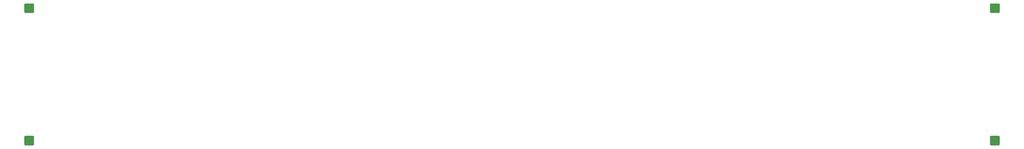
<source format=gts>
%TF.GenerationSoftware,KiCad,Pcbnew,(5.1.9-0-10_14)*%
%TF.CreationDate,2022-11-18T02:47:43-05:00*%
%TF.ProjectId,5AhG3-18S,35416847-332d-4313-9853-2e6b69636164,rev?*%
%TF.SameCoordinates,Original*%
%TF.FileFunction,Soldermask,Top*%
%TF.FilePolarity,Negative*%
%FSLAX46Y46*%
G04 Gerber Fmt 4.6, Leading zero omitted, Abs format (unit mm)*
G04 Created by KiCad (PCBNEW (5.1.9-0-10_14)) date 2022-11-18 02:47:43*
%MOMM*%
%LPD*%
G01*
G04 APERTURE LIST*
G04 APERTURE END LIST*
%TO.C,H1*%
G36*
G01*
X359125000Y-118125002D02*
X359125000Y-115874998D01*
G75*
G02*
X359374998Y-115625000I249998J0D01*
G01*
X361625002Y-115625000D01*
G75*
G02*
X361875000Y-115874998I0J-249998D01*
G01*
X361875000Y-118125002D01*
G75*
G02*
X361625002Y-118375000I-249998J0D01*
G01*
X359374998Y-118375000D01*
G75*
G02*
X359125000Y-118125002I0J249998D01*
G01*
G37*
%TD*%
%TO.C,H2*%
G36*
G01*
X359125000Y-156125002D02*
X359125000Y-153874998D01*
G75*
G02*
X359374998Y-153625000I249998J0D01*
G01*
X361625002Y-153625000D01*
G75*
G02*
X361875000Y-153874998I0J-249998D01*
G01*
X361875000Y-156125002D01*
G75*
G02*
X361625002Y-156375000I-249998J0D01*
G01*
X359374998Y-156375000D01*
G75*
G02*
X359125000Y-156125002I0J249998D01*
G01*
G37*
%TD*%
%TO.C,H3*%
G36*
G01*
X82625000Y-118125002D02*
X82625000Y-115874998D01*
G75*
G02*
X82874998Y-115625000I249998J0D01*
G01*
X85125002Y-115625000D01*
G75*
G02*
X85375000Y-115874998I0J-249998D01*
G01*
X85375000Y-118125002D01*
G75*
G02*
X85125002Y-118375000I-249998J0D01*
G01*
X82874998Y-118375000D01*
G75*
G02*
X82625000Y-118125002I0J249998D01*
G01*
G37*
%TD*%
%TO.C,H4*%
G36*
G01*
X82625000Y-156125002D02*
X82625000Y-153874998D01*
G75*
G02*
X82874998Y-153625000I249998J0D01*
G01*
X85125002Y-153625000D01*
G75*
G02*
X85375000Y-153874998I0J-249998D01*
G01*
X85375000Y-156125002D01*
G75*
G02*
X85125002Y-156375000I-249998J0D01*
G01*
X82874998Y-156375000D01*
G75*
G02*
X82625000Y-156125002I0J249998D01*
G01*
G37*
%TD*%
M02*

</source>
